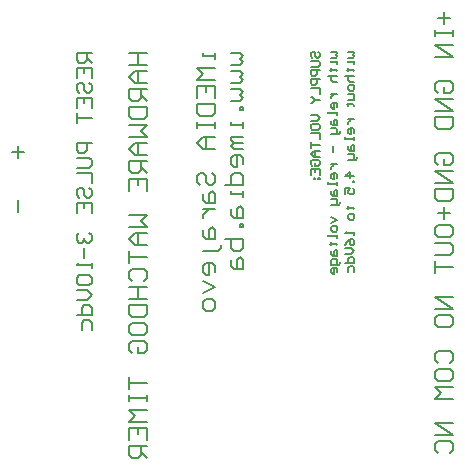
<source format=gbo>
%FSDAX24Y24*%
%MOIN*%
%SFA1B1*%

%IPPOS*%
%ADD30C,0.008000*%
%ADD48C,0.005000*%
%LNde-130624-1*%
%LPD*%
G54D30*
X055104Y020950D02*
Y020550D01*
X054904Y020750D02*
X055304D01*
X055104Y019151D02*
Y018751D01*
X057554Y024050D02*
X057054D01*
Y023800*
X057137Y023717*
X057304*
X057387Y023800*
Y024050*
Y023883D02*
X057554Y023717D01*
X057054Y023217D02*
Y023550D01*
X057554*
Y023217*
X057304Y023550D02*
Y023384D01*
X057137Y022717D02*
X057054Y022800D01*
Y022967*
X057137Y023050*
X057220*
X057304Y022967*
Y022800*
X057387Y022717*
X057470*
X057554Y022800*
Y022967*
X057470Y023050*
X057054Y022217D02*
Y022550D01*
X057554*
Y022217*
X057304Y022550D02*
Y022384D01*
X057054Y022051D02*
Y021717D01*
Y021884*
X057554*
Y021051D02*
X057054D01*
Y020801*
X057137Y020718*
X057304*
X057387Y020801*
Y021051*
X057054Y020551D02*
X057470D01*
X057554Y020468*
Y020301*
X057470Y020218*
X057054*
Y020051D02*
X057554D01*
Y019718*
X057137Y019218D02*
X057054Y019302D01*
Y019468*
X057137Y019551*
X057220*
X057304Y019468*
Y019302*
X057387Y019218*
X057470*
X057554Y019302*
Y019468*
X057470Y019551*
X057054Y018718D02*
Y019052D01*
X057554*
Y018718*
X057304Y019052D02*
Y018885D01*
X057137Y018052D02*
X057054Y017969D01*
Y017802*
X057137Y017719*
X057220*
X057304Y017802*
Y017885*
Y017802*
X057387Y017719*
X057470*
X057554Y017802*
Y017969*
X057470Y018052*
X057304Y017552D02*
Y017219D01*
X057554Y017052D02*
Y016886D01*
Y016969*
X057054*
X057137Y017052*
Y016636D02*
X057054Y016552D01*
Y016386*
X057137Y016303*
X057470*
X057554Y016386*
Y016552*
X057470Y016636*
X057137*
X057054Y016136D02*
X057387D01*
X057554Y015969*
X057387Y015803*
X057054*
Y015303D02*
X057554D01*
Y015553*
X057470Y015636*
X057304*
X057220Y015553*
Y015303*
Y014803D02*
Y015053D01*
X057304Y015136*
X057470*
X057554Y015053*
Y014803*
X062204Y024050D02*
X062504D01*
X062604Y023950*
X062504Y023850*
X062604Y023750*
X062504Y023650*
X062204*
Y023450D02*
X062504D01*
X062604Y023350*
X062504Y023250*
X062604Y023150*
X062504Y023050*
X062204*
Y022850D02*
X062504D01*
X062604Y022750*
X062504Y022650*
X062604Y022550*
X062504Y022451*
X062204*
X062604Y022251D02*
X062504D01*
Y022151*
X062604*
Y022251*
Y021751D02*
Y021551D01*
Y021651*
X062204*
Y021751*
X062604Y021251D02*
X062204D01*
Y021151*
X062304Y021051*
X062604*
X062304*
X062204Y020951*
X062304Y020851*
X062604*
Y020351D02*
Y020551D01*
X062504Y020651*
X062304*
X062204Y020551*
Y020351*
X062304Y020251*
X062404*
Y020651*
X062004Y019651D02*
X062604D01*
Y019951*
X062504Y020051*
X062304*
X062204Y019951*
Y019651*
X062604Y019451D02*
Y019252D01*
Y019352*
X062204*
Y019451*
Y018852D02*
Y018652D01*
X062304Y018552*
X062604*
Y018852*
X062504Y018952*
X062404Y018852*
Y018552*
X062604Y018352D02*
X062504D01*
Y018252*
X062604*
Y018352*
X062004Y017852D02*
X062604D01*
Y017552*
X062504Y017452*
X062404*
X062304*
X062204Y017552*
Y017852*
Y017152D02*
Y016952D01*
X062304Y016852*
X062604*
Y017152*
X062504Y017252*
X062404Y017152*
Y016852*
X061654Y024050D02*
Y023850D01*
Y023950*
X061254*
Y024050*
X061654Y023550D02*
X061054D01*
X061254Y023350*
X061054Y023150*
X061654*
X061054Y022550D02*
Y022950D01*
X061654*
Y022550*
X061354Y022950D02*
Y022750D01*
X061054Y022351D02*
X061654D01*
Y022051*
X061554Y021951*
X061154*
X061054Y022051*
Y022351*
Y021751D02*
Y021551D01*
Y021651*
X061654*
Y021751*
Y021551*
Y021251D02*
X061254D01*
X061054Y021051*
X061254Y020851*
X061654*
X061354*
Y021251*
X061154Y019651D02*
X061054Y019751D01*
Y019951*
X061154Y020051*
X061254*
X061354Y019951*
Y019751*
X061454Y019651*
X061554*
X061654Y019751*
Y019951*
X061554Y020051*
X061254Y019352D02*
Y019152D01*
X061354Y019052*
X061654*
Y019352*
X061554Y019451*
X061454Y019352*
Y019052*
X061254Y018852D02*
X061654D01*
X061454*
X061354Y018752*
X061254Y018652*
Y018552*
Y018152D02*
Y017952D01*
X061354Y017852*
X061654*
Y018152*
X061554Y018252*
X061454Y018152*
Y017852*
X061853Y017652D02*
Y017552D01*
X061754Y017452*
X061254*
X061654Y016752D02*
Y016952D01*
X061554Y017052*
X061354*
X061254Y016952*
Y016752*
X061354Y016652*
X061454*
Y017052*
X061254Y016452D02*
X061654Y016253D01*
X061254Y016053*
X061654Y015753D02*
Y015553D01*
X061554Y015453*
X061354*
X061254Y015553*
Y015753*
X061354Y015853*
X061554*
X061654Y015753*
X058804Y024050D02*
X059404D01*
X059104*
Y023650*
X058804*
X059404*
Y023450D02*
X059004D01*
X058804Y023250*
X059004Y023050*
X059404*
X059104*
Y023450*
X059404Y022850D02*
X058804D01*
Y022550*
X058904Y022451*
X059104*
X059204Y022550*
Y022850*
Y022650D02*
X059404Y022451D01*
X058804Y022251D02*
X059404D01*
Y021951*
X059304Y021851*
X058904*
X058804Y021951*
Y022251*
Y021651D02*
X059404D01*
X059204Y021451*
X059404Y021251*
X058804*
X059404Y021051D02*
X059004D01*
X058804Y020851*
X059004Y020651*
X059404*
X059104*
Y021051*
X059404Y020451D02*
X058804D01*
Y020151*
X058904Y020051*
X059104*
X059204Y020151*
Y020451*
Y020251D02*
X059404Y020051D01*
X058804Y019451D02*
Y019851D01*
X059404*
Y019451*
X059104Y019851D02*
Y019651D01*
X058804Y018652D02*
X059404D01*
X059204Y018452*
X059404Y018252*
X058804*
X059404Y018052D02*
X059004D01*
X058804Y017852*
X059004Y017652*
X059404*
X059104*
Y018052*
X058804Y017452D02*
Y017052D01*
Y017252*
X059404*
X058904Y016452D02*
X058804Y016552D01*
Y016752*
X058904Y016852*
X059304*
X059404Y016752*
Y016552*
X059304Y016452*
X058804Y016253D02*
X059404D01*
X059104*
Y015853*
X058804*
X059404*
X058804Y015653D02*
X059404D01*
Y015353*
X059304Y015253*
X058904*
X058804Y015353*
Y015653*
Y014753D02*
Y014953D01*
X058904Y015053*
X059304*
X059404Y014953*
Y014753*
X059304Y014653*
X058904*
X058804Y014753*
X058904Y014053D02*
X058804Y014153D01*
Y014353*
X058904Y014453*
X059304*
X059404Y014353*
Y014153*
X059304Y014053*
X059104*
Y014253*
X058804Y013253D02*
Y012854D01*
Y013054*
X059404*
X058804Y012654D02*
Y012454D01*
Y012554*
X059404*
Y012654*
Y012454*
Y012154D02*
X058804D01*
X059004Y011954*
X058804Y011754*
X059404*
X058804Y011154D02*
Y011554D01*
X059404*
Y011154*
X059104Y011554D02*
Y011354D01*
X059404Y010954D02*
X058804D01*
Y010654*
X058904Y010554*
X059104*
X059204Y010654*
Y010954*
Y010754D02*
X059404Y010554D01*
X069304Y025400D02*
Y025000D01*
X069104Y025200D02*
X069504D01*
X069004Y024800D02*
Y024600D01*
Y024700*
X069604*
Y024800*
Y024600*
Y024300D02*
X069004D01*
X069604Y023900*
X069004*
X069104Y022701D02*
X069004Y022801D01*
Y023001*
X069104Y023101*
X069504*
X069604Y023001*
Y022801*
X069504Y022701*
X069304*
Y022901*
X069604Y022501D02*
X069004D01*
X069604Y022101*
X069004*
Y021901D02*
X069604D01*
Y021601*
X069504Y021501*
X069104*
X069004Y021601*
Y021901*
X069104Y020302D02*
X069004Y020402D01*
Y020602*
X069104Y020702*
X069504*
X069604Y020602*
Y020402*
X069504Y020302*
X069304*
Y020502*
X069604Y020102D02*
X069004D01*
X069604Y019702*
X069004*
Y019502D02*
X069604D01*
Y019202*
X069504Y019102*
X069104*
X069004Y019202*
Y019502*
X069304Y018902D02*
Y018502D01*
X069104Y018702D02*
X069504D01*
X069004Y018002D02*
Y018202D01*
X069104Y018302*
X069504*
X069604Y018202*
Y018002*
X069504Y017902*
X069104*
X069004Y018002*
Y017702D02*
X069504D01*
X069604Y017603*
Y017403*
X069504Y017303*
X069004*
Y017103D02*
Y016703D01*
Y016903*
X069604*
Y015903D02*
X069004D01*
X069604Y015503*
X069004*
Y015003D02*
Y015203D01*
X069104Y015303*
X069504*
X069604Y015203*
Y015003*
X069504Y014903*
X069104*
X069004Y015003*
X069104Y013704D02*
X069004Y013804D01*
Y014004*
X069104Y014104*
X069504*
X069604Y014004*
Y013804*
X069504Y013704*
X069004Y013204D02*
Y013404D01*
X069104Y013504*
X069504*
X069604Y013404*
Y013204*
X069504Y013104*
X069104*
X069004Y013204*
X069604Y012904D02*
X069004D01*
X069204Y012704*
X069004Y012504*
X069604*
Y011704D02*
X069004D01*
X069604Y011305*
X069004*
X069104Y010705D02*
X069004Y010805D01*
Y011005*
X069104Y011105*
X069504*
X069604Y011005*
Y010805*
X069504Y010705*
G54D48*
X065529Y024080D02*
X065679D01*
X065729Y024030*
X065679Y023980*
X065729Y023930*
X065679Y023880*
X065529*
X065729Y023780D02*
Y023680D01*
Y023730*
X065529*
Y023780*
X065479Y023480D02*
X065529D01*
Y023530*
Y023430*
Y023480*
X065679*
X065729Y023430*
X065429Y023280D02*
X065729D01*
X065579*
X065529Y023230*
Y023130*
X065579Y023080*
X065729*
X065529Y022680D02*
X065729D01*
X065629*
X065579Y022630*
X065529Y022580*
Y022531*
X065729Y022231D02*
Y022331D01*
X065679Y022381*
X065579*
X065529Y022331*
Y022231*
X065579Y022181*
X065629*
Y022381*
X065729Y022081D02*
Y021981D01*
Y022031*
X065429*
Y022081*
X065529Y021781D02*
Y021681D01*
X065579Y021631*
X065729*
Y021781*
X065679Y021831*
X065629Y021781*
Y021631*
X065529Y021531D02*
X065679D01*
X065729Y021481*
Y021331*
X065779*
X065829Y021381*
Y021431*
X065729Y021331D02*
X065529D01*
X065579Y020931D02*
Y020731D01*
X065529Y020331D02*
X065729D01*
X065629*
X065579Y020281*
X065529Y020231*
Y020181*
X065729Y019881D02*
Y019981D01*
X065679Y020031*
X065579*
X065529Y019981*
Y019881*
X065579Y019831*
X065629*
Y020031*
X065729Y019731D02*
Y019631D01*
Y019681*
X065429*
Y019731*
X065529Y019432D02*
Y019332D01*
X065579Y019282*
X065729*
Y019432*
X065679Y019481*
X065629Y019432*
Y019282*
X065529Y019182D02*
X065679D01*
X065729Y019132*
Y018982*
X065779*
X065829Y019032*
Y019082*
X065729Y018982D02*
X065529D01*
Y018582D02*
X065729Y018482D01*
X065529Y018382*
X065729Y018232D02*
Y018132D01*
X065679Y018082*
X065579*
X065529Y018132*
Y018232*
X065579Y018282*
X065679*
X065729Y018232*
Y017982D02*
Y017882D01*
Y017932*
X065429*
Y017982*
X065479Y017682D02*
X065529D01*
Y017732*
Y017632*
Y017682*
X065679*
X065729Y017632*
X065529Y017432D02*
Y017332D01*
X065579Y017282*
X065729*
Y017432*
X065679Y017482*
X065629Y017432*
Y017282*
X065829Y017082D02*
Y017032D01*
X065779Y016982*
X065529*
Y017132*
X065579Y017182*
X065679*
X065729Y017132*
Y016982*
Y016732D02*
Y016832D01*
X065679Y016882*
X065579*
X065529Y016832*
Y016732*
X065579Y016682*
X065629*
Y016882*
X064904Y023880D02*
X064854Y023930D01*
Y024030*
X064904Y024080*
X064954*
X065004Y024030*
Y023930*
X065054Y023880*
X065104*
X065154Y023930*
Y024030*
X065104Y024080*
X064854Y023780D02*
X065104D01*
X065154Y023730*
Y023630*
X065104Y023580*
X064854*
X065154Y023480D02*
X064854D01*
Y023330*
X064904Y023280*
X065004*
X065054Y023330*
Y023480*
X065154Y023180D02*
X064854D01*
Y023030*
X064904Y022980*
X065004*
X065054Y023030*
Y023180*
X064854Y022880D02*
X065154D01*
Y022680*
X064854Y022580D02*
X064904D01*
X065004Y022481*
X064904Y022381*
X064854*
X065004Y022481D02*
X065154D01*
X064854Y021981D02*
X065054D01*
X065154Y021881*
X065054Y021781*
X064854*
Y021531D02*
Y021631D01*
X064904Y021681*
X065104*
X065154Y021631*
Y021531*
X065104Y021481*
X064904*
X064854Y021531*
Y021381D02*
X065154D01*
Y021181*
X064854Y021081D02*
Y020881D01*
Y020981*
X065154*
Y020781D02*
X064954D01*
X064854Y020681*
X064954Y020581*
X065154*
X065004*
Y020781*
X064904Y020281D02*
X064854Y020331D01*
Y020431*
X064904Y020481*
X065104*
X065154Y020431*
Y020331*
X065104Y020281*
X065004*
Y020381*
X064854Y019981D02*
Y020181D01*
X065154*
Y019981*
X065004Y020181D02*
Y020081D01*
X064954Y019881D02*
Y019831D01*
X065004*
Y019881*
X064954*
X065104D02*
Y019831D01*
X065154*
Y019881*
X065104*
X066104Y024080D02*
X066254D01*
X066304Y024030*
X066254Y023980*
X066304Y023930*
X066254Y023880*
X066104*
X066304Y023780D02*
Y023680D01*
Y023730*
X066104*
Y023780*
X066054Y023480D02*
X066104D01*
Y023530*
Y023430*
Y023480*
X066254*
X066304Y023430*
X066004Y023280D02*
X066304D01*
X066154*
X066104Y023230*
Y023130*
X066154Y023080*
X066304*
Y022930D02*
Y022830D01*
X066254Y022780*
X066154*
X066104Y022830*
Y022930*
X066154Y022980*
X066254*
X066304Y022930*
X066104Y022680D02*
X066254D01*
X066304Y022630*
Y022481*
X066104*
X066054Y022331D02*
X066104D01*
Y022381*
Y022281*
Y022331*
X066254*
X066304Y022281*
X066104Y021831D02*
X066304D01*
X066204*
X066154Y021781*
X066104Y021731*
Y021681*
X066304Y021381D02*
Y021481D01*
X066254Y021531*
X066154*
X066104Y021481*
Y021381*
X066154Y021331*
X066204*
Y021531*
X066304Y021231D02*
Y021131D01*
Y021181*
X066004*
Y021231*
X066104Y020931D02*
Y020831D01*
X066154Y020781*
X066304*
Y020931*
X066254Y020981*
X066204Y020931*
Y020781*
X066104Y020681D02*
X066254D01*
X066304Y020631*
Y020481*
X066354*
X066404Y020531*
Y020581*
X066304Y020481D02*
X066104D01*
X066304Y019931D02*
X066004D01*
X066154Y020081*
Y019881*
X066304Y019781D02*
X066254D01*
Y019731*
X066304*
Y019781*
X066004Y019332D02*
Y019531D01*
X066154*
X066104Y019432*
Y019382*
X066154Y019332*
X066254*
X066304Y019382*
Y019481*
X066254Y019531*
X066054Y018882D02*
X066104D01*
Y018932*
Y018832*
Y018882*
X066254*
X066304Y018832*
Y018632D02*
Y018532D01*
X066254Y018482*
X066154*
X066104Y018532*
Y018632*
X066154Y018682*
X066254*
X066304Y018632*
Y018082D02*
Y017982D01*
Y018032*
X066004*
X066054Y018082*
X066004Y017632D02*
X066054Y017732D01*
X066154Y017832*
X066254*
X066304Y017782*
Y017682*
X066254Y017632*
X066204*
X066154Y017682*
Y017832*
X066004Y017532D02*
X066204D01*
X066304Y017432*
X066204Y017332*
X066004*
Y017032D02*
X066304D01*
Y017182*
X066254Y017232*
X066154*
X066104Y017182*
Y017032*
Y016732D02*
Y016882D01*
X066154Y016932*
X066254*
X066304Y016882*
Y016732*
M02*
</source>
